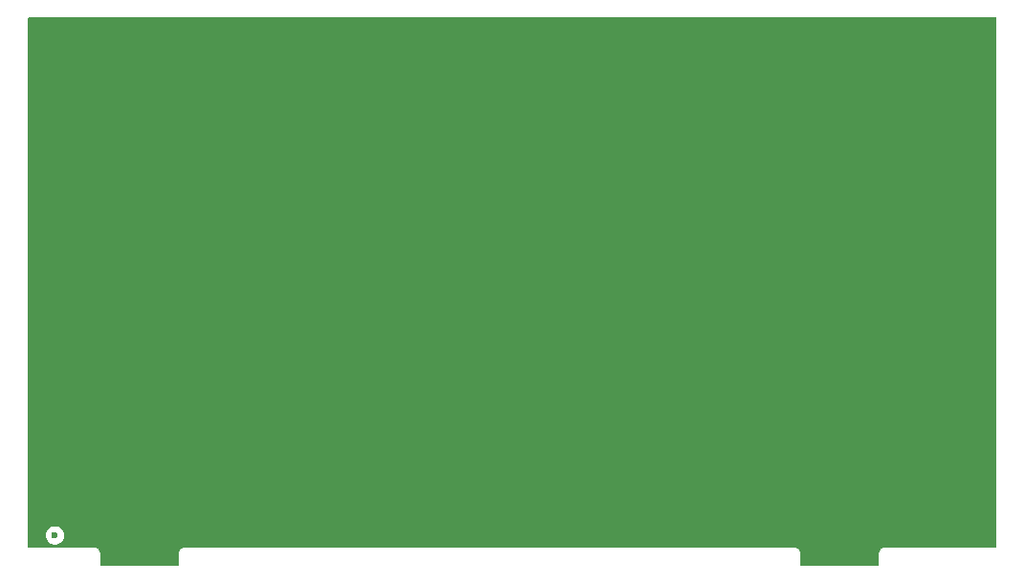
<source format=gbr>
G04 #@! TF.GenerationSoftware,KiCad,Pcbnew,(6.0.0)*
G04 #@! TF.CreationDate,2022-12-26T17:58:56+03:00*
G04 #@! TF.ProjectId,left,6c656674-2e6b-4696-9361-645f70636258,rev?*
G04 #@! TF.SameCoordinates,Original*
G04 #@! TF.FileFunction,Copper,L1,Top*
G04 #@! TF.FilePolarity,Positive*
%FSLAX46Y46*%
G04 Gerber Fmt 4.6, Leading zero omitted, Abs format (unit mm)*
G04 Created by KiCad (PCBNEW (6.0.0)) date 2022-12-26 17:58:56*
%MOMM*%
%LPD*%
G01*
G04 APERTURE LIST*
G04 #@! TA.AperFunction,ViaPad*
%ADD10C,0.600000*%
G04 #@! TD*
G04 APERTURE END LIST*
D10*
X102900000Y-99800000D03*
G04 #@! TA.AperFunction,NonConductor*
G36*
X186234121Y-53928002D02*
G01*
X186280614Y-53981658D01*
X186292000Y-54034000D01*
X186292000Y-100766000D01*
X186271998Y-100834121D01*
X186218342Y-100880614D01*
X186166000Y-100892000D01*
X176408702Y-100892000D01*
X176407932Y-100891998D01*
X176407078Y-100891993D01*
X176330348Y-100891524D01*
X176321719Y-100893990D01*
X176321714Y-100893991D01*
X176301952Y-100899639D01*
X176285191Y-100903217D01*
X176264848Y-100906130D01*
X176264838Y-100906133D01*
X176255955Y-100907405D01*
X176232605Y-100918021D01*
X176215093Y-100924464D01*
X176207057Y-100926761D01*
X176190435Y-100931512D01*
X176165452Y-100947274D01*
X176150386Y-100955404D01*
X176123490Y-100967633D01*
X176104061Y-100984374D01*
X176089053Y-100995479D01*
X176067369Y-101009160D01*
X176061427Y-101015888D01*
X176047819Y-101031296D01*
X176035627Y-101043340D01*
X176013253Y-101062619D01*
X176008374Y-101070147D01*
X176008371Y-101070150D01*
X175999304Y-101084139D01*
X175988014Y-101099013D01*
X175971044Y-101118228D01*
X175958490Y-101144966D01*
X175950176Y-101159935D01*
X175934107Y-101184727D01*
X175931535Y-101193327D01*
X175926761Y-101209290D01*
X175920099Y-101226736D01*
X175909201Y-101249948D01*
X175904658Y-101279128D01*
X175900874Y-101295849D01*
X175894986Y-101315536D01*
X175894985Y-101315539D01*
X175892413Y-101324141D01*
X175892358Y-101333116D01*
X175892358Y-101333117D01*
X175892203Y-101358546D01*
X175892170Y-101359328D01*
X175892000Y-101360423D01*
X175892000Y-101391298D01*
X175891998Y-101392068D01*
X175891524Y-101469652D01*
X175891908Y-101470996D01*
X175892000Y-101472341D01*
X175892000Y-102366000D01*
X175871998Y-102434121D01*
X175818342Y-102480614D01*
X175766000Y-102492000D01*
X169034000Y-102492000D01*
X168965879Y-102471998D01*
X168919386Y-102418342D01*
X168908000Y-102366000D01*
X168908000Y-101408702D01*
X168908002Y-101407932D01*
X168908421Y-101339322D01*
X168908476Y-101330348D01*
X168906010Y-101321719D01*
X168906009Y-101321714D01*
X168900361Y-101301952D01*
X168896783Y-101285191D01*
X168893870Y-101264848D01*
X168893867Y-101264838D01*
X168892595Y-101255955D01*
X168881979Y-101232605D01*
X168875536Y-101215093D01*
X168870954Y-101199063D01*
X168868488Y-101190435D01*
X168852726Y-101165452D01*
X168844596Y-101150386D01*
X168832367Y-101123490D01*
X168815626Y-101104061D01*
X168804521Y-101089053D01*
X168795630Y-101074961D01*
X168790840Y-101067369D01*
X168768703Y-101047818D01*
X168756659Y-101035626D01*
X168743239Y-101020051D01*
X168743237Y-101020050D01*
X168737381Y-101013253D01*
X168729853Y-101008374D01*
X168729850Y-101008371D01*
X168715861Y-100999304D01*
X168700987Y-100988014D01*
X168688502Y-100976988D01*
X168681772Y-100971044D01*
X168673646Y-100967229D01*
X168673645Y-100967228D01*
X168667979Y-100964568D01*
X168655034Y-100958490D01*
X168640065Y-100950176D01*
X168615273Y-100934107D01*
X168590709Y-100926761D01*
X168573264Y-100920099D01*
X168568827Y-100918016D01*
X168550052Y-100909201D01*
X168520870Y-100904657D01*
X168504151Y-100900874D01*
X168484464Y-100894986D01*
X168484461Y-100894985D01*
X168475859Y-100892413D01*
X168466884Y-100892358D01*
X168466883Y-100892358D01*
X168460190Y-100892317D01*
X168441444Y-100892203D01*
X168440672Y-100892170D01*
X168439577Y-100892000D01*
X168408702Y-100892000D01*
X168407932Y-100891998D01*
X168334284Y-100891548D01*
X168334283Y-100891548D01*
X168330348Y-100891524D01*
X168329004Y-100891908D01*
X168327659Y-100892000D01*
X114408702Y-100892000D01*
X114407932Y-100891998D01*
X114407078Y-100891993D01*
X114330348Y-100891524D01*
X114321719Y-100893990D01*
X114321714Y-100893991D01*
X114301952Y-100899639D01*
X114285191Y-100903217D01*
X114264848Y-100906130D01*
X114264838Y-100906133D01*
X114255955Y-100907405D01*
X114232605Y-100918021D01*
X114215093Y-100924464D01*
X114207057Y-100926761D01*
X114190435Y-100931512D01*
X114165452Y-100947274D01*
X114150386Y-100955404D01*
X114123490Y-100967633D01*
X114104061Y-100984374D01*
X114089053Y-100995479D01*
X114067369Y-101009160D01*
X114061427Y-101015888D01*
X114047819Y-101031296D01*
X114035627Y-101043340D01*
X114013253Y-101062619D01*
X114008374Y-101070147D01*
X114008371Y-101070150D01*
X113999304Y-101084139D01*
X113988014Y-101099013D01*
X113971044Y-101118228D01*
X113958490Y-101144966D01*
X113950176Y-101159935D01*
X113934107Y-101184727D01*
X113931535Y-101193327D01*
X113926761Y-101209290D01*
X113920099Y-101226736D01*
X113909201Y-101249948D01*
X113904658Y-101279128D01*
X113900874Y-101295849D01*
X113894986Y-101315536D01*
X113894985Y-101315539D01*
X113892413Y-101324141D01*
X113892358Y-101333116D01*
X113892358Y-101333117D01*
X113892203Y-101358546D01*
X113892170Y-101359328D01*
X113892000Y-101360423D01*
X113892000Y-101391298D01*
X113891998Y-101392068D01*
X113891524Y-101469652D01*
X113891908Y-101470996D01*
X113892000Y-101472341D01*
X113892000Y-102366000D01*
X113871998Y-102434121D01*
X113818342Y-102480614D01*
X113766000Y-102492000D01*
X107034000Y-102492000D01*
X106965879Y-102471998D01*
X106919386Y-102418342D01*
X106908000Y-102366000D01*
X106908000Y-101408702D01*
X106908002Y-101407932D01*
X106908421Y-101339322D01*
X106908476Y-101330348D01*
X106906010Y-101321719D01*
X106906009Y-101321714D01*
X106900361Y-101301952D01*
X106896783Y-101285191D01*
X106893870Y-101264848D01*
X106893867Y-101264838D01*
X106892595Y-101255955D01*
X106881979Y-101232605D01*
X106875536Y-101215093D01*
X106870954Y-101199063D01*
X106868488Y-101190435D01*
X106852726Y-101165452D01*
X106844596Y-101150386D01*
X106832367Y-101123490D01*
X106815626Y-101104061D01*
X106804521Y-101089053D01*
X106795630Y-101074961D01*
X106790840Y-101067369D01*
X106768703Y-101047818D01*
X106756659Y-101035626D01*
X106743239Y-101020051D01*
X106743237Y-101020050D01*
X106737381Y-101013253D01*
X106729853Y-101008374D01*
X106729850Y-101008371D01*
X106715861Y-100999304D01*
X106700987Y-100988014D01*
X106688502Y-100976988D01*
X106681772Y-100971044D01*
X106673646Y-100967229D01*
X106673645Y-100967228D01*
X106667979Y-100964568D01*
X106655034Y-100958490D01*
X106640065Y-100950176D01*
X106615273Y-100934107D01*
X106590709Y-100926761D01*
X106573264Y-100920099D01*
X106568827Y-100918016D01*
X106550052Y-100909201D01*
X106520870Y-100904657D01*
X106504151Y-100900874D01*
X106484464Y-100894986D01*
X106484461Y-100894985D01*
X106475859Y-100892413D01*
X106466884Y-100892358D01*
X106466883Y-100892358D01*
X106460190Y-100892317D01*
X106441444Y-100892203D01*
X106440672Y-100892170D01*
X106439577Y-100892000D01*
X106408702Y-100892000D01*
X106407932Y-100891998D01*
X106334284Y-100891548D01*
X106334283Y-100891548D01*
X106330348Y-100891524D01*
X106329004Y-100891908D01*
X106327659Y-100892000D01*
X100634000Y-100892000D01*
X100565879Y-100871998D01*
X100519386Y-100818342D01*
X100508000Y-100766000D01*
X100508000Y-99788640D01*
X102086463Y-99788640D01*
X102104163Y-99969160D01*
X102161418Y-100141273D01*
X102165065Y-100147295D01*
X102165066Y-100147297D01*
X102175978Y-100165314D01*
X102255380Y-100296424D01*
X102381382Y-100426902D01*
X102533159Y-100526222D01*
X102539763Y-100528678D01*
X102539765Y-100528679D01*
X102696558Y-100586990D01*
X102696560Y-100586990D01*
X102703168Y-100589448D01*
X102786995Y-100600633D01*
X102875980Y-100612507D01*
X102875984Y-100612507D01*
X102882961Y-100613438D01*
X102889972Y-100612800D01*
X102889976Y-100612800D01*
X103032459Y-100599832D01*
X103063600Y-100596998D01*
X103070302Y-100594820D01*
X103070304Y-100594820D01*
X103229409Y-100543124D01*
X103229412Y-100543123D01*
X103236108Y-100540947D01*
X103391912Y-100448069D01*
X103523266Y-100322982D01*
X103623643Y-100171902D01*
X103688055Y-100002338D01*
X103689035Y-99995366D01*
X103712748Y-99826639D01*
X103712748Y-99826636D01*
X103713299Y-99822717D01*
X103713616Y-99800000D01*
X103693397Y-99619745D01*
X103691080Y-99613091D01*
X103636064Y-99455106D01*
X103636062Y-99455103D01*
X103633745Y-99448448D01*
X103537626Y-99294624D01*
X103523941Y-99280843D01*
X103414778Y-99170915D01*
X103414774Y-99170912D01*
X103409815Y-99165918D01*
X103398697Y-99158862D01*
X103350538Y-99128300D01*
X103256666Y-99068727D01*
X103227463Y-99058328D01*
X103092425Y-99010243D01*
X103092420Y-99010242D01*
X103085790Y-99007881D01*
X103078802Y-99007048D01*
X103078799Y-99007047D01*
X102955698Y-98992368D01*
X102905680Y-98986404D01*
X102898677Y-98987140D01*
X102898676Y-98987140D01*
X102732288Y-99004628D01*
X102732286Y-99004629D01*
X102725288Y-99005364D01*
X102553579Y-99063818D01*
X102547575Y-99067512D01*
X102405095Y-99155166D01*
X102405092Y-99155168D01*
X102399088Y-99158862D01*
X102394053Y-99163793D01*
X102394050Y-99163795D01*
X102274525Y-99280843D01*
X102269493Y-99285771D01*
X102171235Y-99438238D01*
X102168826Y-99444858D01*
X102168824Y-99444861D01*
X102111606Y-99602066D01*
X102109197Y-99608685D01*
X102086463Y-99788640D01*
X100508000Y-99788640D01*
X100508000Y-54034000D01*
X100528002Y-53965879D01*
X100581658Y-53919386D01*
X100634000Y-53908000D01*
X186166000Y-53908000D01*
X186234121Y-53928002D01*
G37*
G04 #@! TD.AperFunction*
M02*

</source>
